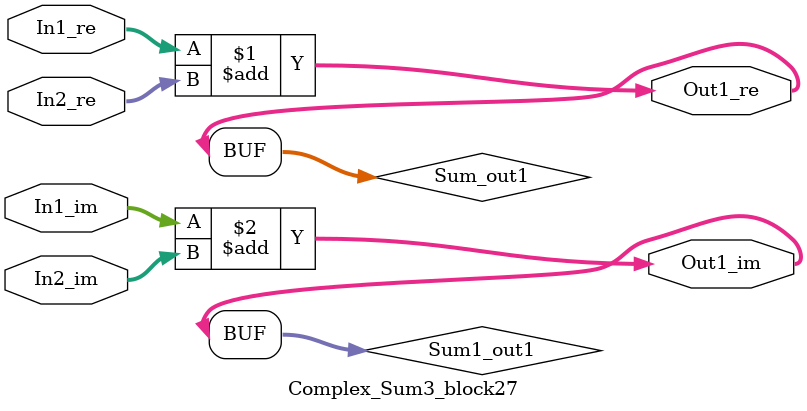
<source format=v>



`timescale 1 ns / 1 ns

module Complex_Sum3_block27
          (In1_re,
           In1_im,
           In2_re,
           In2_im,
           Out1_re,
           Out1_im);


  input   signed [36:0] In1_re;  // sfix37_En22
  input   signed [36:0] In1_im;  // sfix37_En22
  input   signed [36:0] In2_re;  // sfix37_En22
  input   signed [36:0] In2_im;  // sfix37_En22
  output  signed [36:0] Out1_re;  // sfix37_En22
  output  signed [36:0] Out1_im;  // sfix37_En22


  wire signed [36:0] Sum_out1;  // sfix37_En22
  wire signed [36:0] Sum1_out1;  // sfix37_En22


  assign Sum_out1 = In1_re + In2_re;



  assign Out1_re = Sum_out1;

  assign Sum1_out1 = In1_im + In2_im;



  assign Out1_im = Sum1_out1;

endmodule  // Complex_Sum3_block27


</source>
